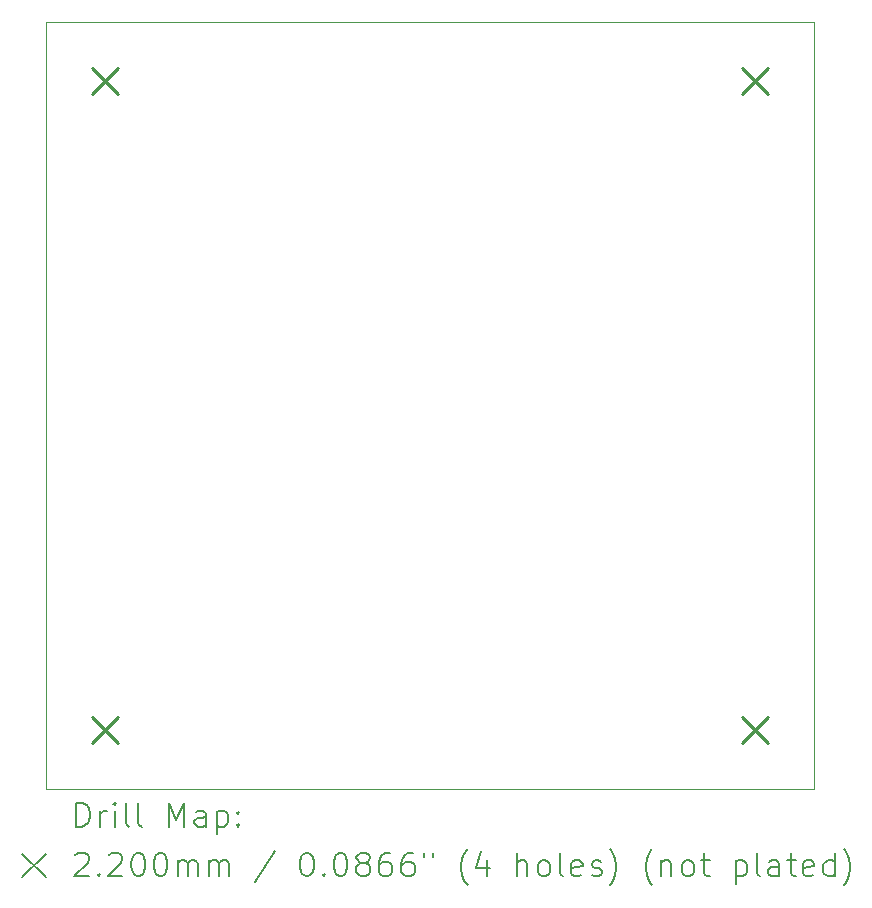
<source format=gbr>
%TF.GenerationSoftware,KiCad,Pcbnew,8.0.5*%
%TF.CreationDate,2024-10-10T16:22:46-05:00*%
%TF.ProjectId,Block-PT2399,426c6f63-6b2d-4505-9432-3339392e6b69,rev?*%
%TF.SameCoordinates,Original*%
%TF.FileFunction,Drillmap*%
%TF.FilePolarity,Positive*%
%FSLAX45Y45*%
G04 Gerber Fmt 4.5, Leading zero omitted, Abs format (unit mm)*
G04 Created by KiCad (PCBNEW 8.0.5) date 2024-10-10 16:22:46*
%MOMM*%
%LPD*%
G01*
G04 APERTURE LIST*
%ADD10C,0.050000*%
%ADD11C,0.200000*%
%ADD12C,0.220000*%
G04 APERTURE END LIST*
D10*
X10000000Y-8500000D02*
X16500000Y-8500000D01*
X16500000Y-15000000D01*
X10000000Y-15000000D01*
X10000000Y-8500000D01*
D11*
D12*
X10390000Y-8890000D02*
X10610000Y-9110000D01*
X10610000Y-8890000D02*
X10390000Y-9110000D01*
X10390000Y-14390000D02*
X10610000Y-14610000D01*
X10610000Y-14390000D02*
X10390000Y-14610000D01*
X15890000Y-8890000D02*
X16110000Y-9110000D01*
X16110000Y-8890000D02*
X15890000Y-9110000D01*
X15890000Y-14390000D02*
X16110000Y-14610000D01*
X16110000Y-14390000D02*
X15890000Y-14610000D01*
D11*
X10258277Y-15313984D02*
X10258277Y-15113984D01*
X10258277Y-15113984D02*
X10305896Y-15113984D01*
X10305896Y-15113984D02*
X10334467Y-15123508D01*
X10334467Y-15123508D02*
X10353515Y-15142555D01*
X10353515Y-15142555D02*
X10363039Y-15161603D01*
X10363039Y-15161603D02*
X10372563Y-15199698D01*
X10372563Y-15199698D02*
X10372563Y-15228269D01*
X10372563Y-15228269D02*
X10363039Y-15266365D01*
X10363039Y-15266365D02*
X10353515Y-15285412D01*
X10353515Y-15285412D02*
X10334467Y-15304460D01*
X10334467Y-15304460D02*
X10305896Y-15313984D01*
X10305896Y-15313984D02*
X10258277Y-15313984D01*
X10458277Y-15313984D02*
X10458277Y-15180650D01*
X10458277Y-15218746D02*
X10467801Y-15199698D01*
X10467801Y-15199698D02*
X10477324Y-15190174D01*
X10477324Y-15190174D02*
X10496372Y-15180650D01*
X10496372Y-15180650D02*
X10515420Y-15180650D01*
X10582086Y-15313984D02*
X10582086Y-15180650D01*
X10582086Y-15113984D02*
X10572563Y-15123508D01*
X10572563Y-15123508D02*
X10582086Y-15133031D01*
X10582086Y-15133031D02*
X10591610Y-15123508D01*
X10591610Y-15123508D02*
X10582086Y-15113984D01*
X10582086Y-15113984D02*
X10582086Y-15133031D01*
X10705896Y-15313984D02*
X10686848Y-15304460D01*
X10686848Y-15304460D02*
X10677324Y-15285412D01*
X10677324Y-15285412D02*
X10677324Y-15113984D01*
X10810658Y-15313984D02*
X10791610Y-15304460D01*
X10791610Y-15304460D02*
X10782086Y-15285412D01*
X10782086Y-15285412D02*
X10782086Y-15113984D01*
X11039229Y-15313984D02*
X11039229Y-15113984D01*
X11039229Y-15113984D02*
X11105896Y-15256841D01*
X11105896Y-15256841D02*
X11172563Y-15113984D01*
X11172563Y-15113984D02*
X11172563Y-15313984D01*
X11353515Y-15313984D02*
X11353515Y-15209222D01*
X11353515Y-15209222D02*
X11343991Y-15190174D01*
X11343991Y-15190174D02*
X11324943Y-15180650D01*
X11324943Y-15180650D02*
X11286848Y-15180650D01*
X11286848Y-15180650D02*
X11267801Y-15190174D01*
X11353515Y-15304460D02*
X11334467Y-15313984D01*
X11334467Y-15313984D02*
X11286848Y-15313984D01*
X11286848Y-15313984D02*
X11267801Y-15304460D01*
X11267801Y-15304460D02*
X11258277Y-15285412D01*
X11258277Y-15285412D02*
X11258277Y-15266365D01*
X11258277Y-15266365D02*
X11267801Y-15247317D01*
X11267801Y-15247317D02*
X11286848Y-15237793D01*
X11286848Y-15237793D02*
X11334467Y-15237793D01*
X11334467Y-15237793D02*
X11353515Y-15228269D01*
X11448753Y-15180650D02*
X11448753Y-15380650D01*
X11448753Y-15190174D02*
X11467801Y-15180650D01*
X11467801Y-15180650D02*
X11505896Y-15180650D01*
X11505896Y-15180650D02*
X11524943Y-15190174D01*
X11524943Y-15190174D02*
X11534467Y-15199698D01*
X11534467Y-15199698D02*
X11543991Y-15218746D01*
X11543991Y-15218746D02*
X11543991Y-15275888D01*
X11543991Y-15275888D02*
X11534467Y-15294936D01*
X11534467Y-15294936D02*
X11524943Y-15304460D01*
X11524943Y-15304460D02*
X11505896Y-15313984D01*
X11505896Y-15313984D02*
X11467801Y-15313984D01*
X11467801Y-15313984D02*
X11448753Y-15304460D01*
X11629705Y-15294936D02*
X11639229Y-15304460D01*
X11639229Y-15304460D02*
X11629705Y-15313984D01*
X11629705Y-15313984D02*
X11620182Y-15304460D01*
X11620182Y-15304460D02*
X11629705Y-15294936D01*
X11629705Y-15294936D02*
X11629705Y-15313984D01*
X11629705Y-15190174D02*
X11639229Y-15199698D01*
X11639229Y-15199698D02*
X11629705Y-15209222D01*
X11629705Y-15209222D02*
X11620182Y-15199698D01*
X11620182Y-15199698D02*
X11629705Y-15190174D01*
X11629705Y-15190174D02*
X11629705Y-15209222D01*
X9797500Y-15542500D02*
X9997500Y-15742500D01*
X9997500Y-15542500D02*
X9797500Y-15742500D01*
X10248753Y-15553031D02*
X10258277Y-15543508D01*
X10258277Y-15543508D02*
X10277324Y-15533984D01*
X10277324Y-15533984D02*
X10324944Y-15533984D01*
X10324944Y-15533984D02*
X10343991Y-15543508D01*
X10343991Y-15543508D02*
X10353515Y-15553031D01*
X10353515Y-15553031D02*
X10363039Y-15572079D01*
X10363039Y-15572079D02*
X10363039Y-15591127D01*
X10363039Y-15591127D02*
X10353515Y-15619698D01*
X10353515Y-15619698D02*
X10239229Y-15733984D01*
X10239229Y-15733984D02*
X10363039Y-15733984D01*
X10448753Y-15714936D02*
X10458277Y-15724460D01*
X10458277Y-15724460D02*
X10448753Y-15733984D01*
X10448753Y-15733984D02*
X10439229Y-15724460D01*
X10439229Y-15724460D02*
X10448753Y-15714936D01*
X10448753Y-15714936D02*
X10448753Y-15733984D01*
X10534467Y-15553031D02*
X10543991Y-15543508D01*
X10543991Y-15543508D02*
X10563039Y-15533984D01*
X10563039Y-15533984D02*
X10610658Y-15533984D01*
X10610658Y-15533984D02*
X10629705Y-15543508D01*
X10629705Y-15543508D02*
X10639229Y-15553031D01*
X10639229Y-15553031D02*
X10648753Y-15572079D01*
X10648753Y-15572079D02*
X10648753Y-15591127D01*
X10648753Y-15591127D02*
X10639229Y-15619698D01*
X10639229Y-15619698D02*
X10524944Y-15733984D01*
X10524944Y-15733984D02*
X10648753Y-15733984D01*
X10772563Y-15533984D02*
X10791610Y-15533984D01*
X10791610Y-15533984D02*
X10810658Y-15543508D01*
X10810658Y-15543508D02*
X10820182Y-15553031D01*
X10820182Y-15553031D02*
X10829705Y-15572079D01*
X10829705Y-15572079D02*
X10839229Y-15610174D01*
X10839229Y-15610174D02*
X10839229Y-15657793D01*
X10839229Y-15657793D02*
X10829705Y-15695888D01*
X10829705Y-15695888D02*
X10820182Y-15714936D01*
X10820182Y-15714936D02*
X10810658Y-15724460D01*
X10810658Y-15724460D02*
X10791610Y-15733984D01*
X10791610Y-15733984D02*
X10772563Y-15733984D01*
X10772563Y-15733984D02*
X10753515Y-15724460D01*
X10753515Y-15724460D02*
X10743991Y-15714936D01*
X10743991Y-15714936D02*
X10734467Y-15695888D01*
X10734467Y-15695888D02*
X10724944Y-15657793D01*
X10724944Y-15657793D02*
X10724944Y-15610174D01*
X10724944Y-15610174D02*
X10734467Y-15572079D01*
X10734467Y-15572079D02*
X10743991Y-15553031D01*
X10743991Y-15553031D02*
X10753515Y-15543508D01*
X10753515Y-15543508D02*
X10772563Y-15533984D01*
X10963039Y-15533984D02*
X10982086Y-15533984D01*
X10982086Y-15533984D02*
X11001134Y-15543508D01*
X11001134Y-15543508D02*
X11010658Y-15553031D01*
X11010658Y-15553031D02*
X11020182Y-15572079D01*
X11020182Y-15572079D02*
X11029705Y-15610174D01*
X11029705Y-15610174D02*
X11029705Y-15657793D01*
X11029705Y-15657793D02*
X11020182Y-15695888D01*
X11020182Y-15695888D02*
X11010658Y-15714936D01*
X11010658Y-15714936D02*
X11001134Y-15724460D01*
X11001134Y-15724460D02*
X10982086Y-15733984D01*
X10982086Y-15733984D02*
X10963039Y-15733984D01*
X10963039Y-15733984D02*
X10943991Y-15724460D01*
X10943991Y-15724460D02*
X10934467Y-15714936D01*
X10934467Y-15714936D02*
X10924944Y-15695888D01*
X10924944Y-15695888D02*
X10915420Y-15657793D01*
X10915420Y-15657793D02*
X10915420Y-15610174D01*
X10915420Y-15610174D02*
X10924944Y-15572079D01*
X10924944Y-15572079D02*
X10934467Y-15553031D01*
X10934467Y-15553031D02*
X10943991Y-15543508D01*
X10943991Y-15543508D02*
X10963039Y-15533984D01*
X11115420Y-15733984D02*
X11115420Y-15600650D01*
X11115420Y-15619698D02*
X11124944Y-15610174D01*
X11124944Y-15610174D02*
X11143991Y-15600650D01*
X11143991Y-15600650D02*
X11172563Y-15600650D01*
X11172563Y-15600650D02*
X11191610Y-15610174D01*
X11191610Y-15610174D02*
X11201134Y-15629222D01*
X11201134Y-15629222D02*
X11201134Y-15733984D01*
X11201134Y-15629222D02*
X11210658Y-15610174D01*
X11210658Y-15610174D02*
X11229705Y-15600650D01*
X11229705Y-15600650D02*
X11258277Y-15600650D01*
X11258277Y-15600650D02*
X11277324Y-15610174D01*
X11277324Y-15610174D02*
X11286848Y-15629222D01*
X11286848Y-15629222D02*
X11286848Y-15733984D01*
X11382086Y-15733984D02*
X11382086Y-15600650D01*
X11382086Y-15619698D02*
X11391610Y-15610174D01*
X11391610Y-15610174D02*
X11410658Y-15600650D01*
X11410658Y-15600650D02*
X11439229Y-15600650D01*
X11439229Y-15600650D02*
X11458277Y-15610174D01*
X11458277Y-15610174D02*
X11467801Y-15629222D01*
X11467801Y-15629222D02*
X11467801Y-15733984D01*
X11467801Y-15629222D02*
X11477324Y-15610174D01*
X11477324Y-15610174D02*
X11496372Y-15600650D01*
X11496372Y-15600650D02*
X11524943Y-15600650D01*
X11524943Y-15600650D02*
X11543991Y-15610174D01*
X11543991Y-15610174D02*
X11553515Y-15629222D01*
X11553515Y-15629222D02*
X11553515Y-15733984D01*
X11943991Y-15524460D02*
X11772563Y-15781603D01*
X12201134Y-15533984D02*
X12220182Y-15533984D01*
X12220182Y-15533984D02*
X12239229Y-15543508D01*
X12239229Y-15543508D02*
X12248753Y-15553031D01*
X12248753Y-15553031D02*
X12258277Y-15572079D01*
X12258277Y-15572079D02*
X12267801Y-15610174D01*
X12267801Y-15610174D02*
X12267801Y-15657793D01*
X12267801Y-15657793D02*
X12258277Y-15695888D01*
X12258277Y-15695888D02*
X12248753Y-15714936D01*
X12248753Y-15714936D02*
X12239229Y-15724460D01*
X12239229Y-15724460D02*
X12220182Y-15733984D01*
X12220182Y-15733984D02*
X12201134Y-15733984D01*
X12201134Y-15733984D02*
X12182086Y-15724460D01*
X12182086Y-15724460D02*
X12172563Y-15714936D01*
X12172563Y-15714936D02*
X12163039Y-15695888D01*
X12163039Y-15695888D02*
X12153515Y-15657793D01*
X12153515Y-15657793D02*
X12153515Y-15610174D01*
X12153515Y-15610174D02*
X12163039Y-15572079D01*
X12163039Y-15572079D02*
X12172563Y-15553031D01*
X12172563Y-15553031D02*
X12182086Y-15543508D01*
X12182086Y-15543508D02*
X12201134Y-15533984D01*
X12353515Y-15714936D02*
X12363039Y-15724460D01*
X12363039Y-15724460D02*
X12353515Y-15733984D01*
X12353515Y-15733984D02*
X12343991Y-15724460D01*
X12343991Y-15724460D02*
X12353515Y-15714936D01*
X12353515Y-15714936D02*
X12353515Y-15733984D01*
X12486848Y-15533984D02*
X12505896Y-15533984D01*
X12505896Y-15533984D02*
X12524944Y-15543508D01*
X12524944Y-15543508D02*
X12534467Y-15553031D01*
X12534467Y-15553031D02*
X12543991Y-15572079D01*
X12543991Y-15572079D02*
X12553515Y-15610174D01*
X12553515Y-15610174D02*
X12553515Y-15657793D01*
X12553515Y-15657793D02*
X12543991Y-15695888D01*
X12543991Y-15695888D02*
X12534467Y-15714936D01*
X12534467Y-15714936D02*
X12524944Y-15724460D01*
X12524944Y-15724460D02*
X12505896Y-15733984D01*
X12505896Y-15733984D02*
X12486848Y-15733984D01*
X12486848Y-15733984D02*
X12467801Y-15724460D01*
X12467801Y-15724460D02*
X12458277Y-15714936D01*
X12458277Y-15714936D02*
X12448753Y-15695888D01*
X12448753Y-15695888D02*
X12439229Y-15657793D01*
X12439229Y-15657793D02*
X12439229Y-15610174D01*
X12439229Y-15610174D02*
X12448753Y-15572079D01*
X12448753Y-15572079D02*
X12458277Y-15553031D01*
X12458277Y-15553031D02*
X12467801Y-15543508D01*
X12467801Y-15543508D02*
X12486848Y-15533984D01*
X12667801Y-15619698D02*
X12648753Y-15610174D01*
X12648753Y-15610174D02*
X12639229Y-15600650D01*
X12639229Y-15600650D02*
X12629706Y-15581603D01*
X12629706Y-15581603D02*
X12629706Y-15572079D01*
X12629706Y-15572079D02*
X12639229Y-15553031D01*
X12639229Y-15553031D02*
X12648753Y-15543508D01*
X12648753Y-15543508D02*
X12667801Y-15533984D01*
X12667801Y-15533984D02*
X12705896Y-15533984D01*
X12705896Y-15533984D02*
X12724944Y-15543508D01*
X12724944Y-15543508D02*
X12734467Y-15553031D01*
X12734467Y-15553031D02*
X12743991Y-15572079D01*
X12743991Y-15572079D02*
X12743991Y-15581603D01*
X12743991Y-15581603D02*
X12734467Y-15600650D01*
X12734467Y-15600650D02*
X12724944Y-15610174D01*
X12724944Y-15610174D02*
X12705896Y-15619698D01*
X12705896Y-15619698D02*
X12667801Y-15619698D01*
X12667801Y-15619698D02*
X12648753Y-15629222D01*
X12648753Y-15629222D02*
X12639229Y-15638746D01*
X12639229Y-15638746D02*
X12629706Y-15657793D01*
X12629706Y-15657793D02*
X12629706Y-15695888D01*
X12629706Y-15695888D02*
X12639229Y-15714936D01*
X12639229Y-15714936D02*
X12648753Y-15724460D01*
X12648753Y-15724460D02*
X12667801Y-15733984D01*
X12667801Y-15733984D02*
X12705896Y-15733984D01*
X12705896Y-15733984D02*
X12724944Y-15724460D01*
X12724944Y-15724460D02*
X12734467Y-15714936D01*
X12734467Y-15714936D02*
X12743991Y-15695888D01*
X12743991Y-15695888D02*
X12743991Y-15657793D01*
X12743991Y-15657793D02*
X12734467Y-15638746D01*
X12734467Y-15638746D02*
X12724944Y-15629222D01*
X12724944Y-15629222D02*
X12705896Y-15619698D01*
X12915420Y-15533984D02*
X12877325Y-15533984D01*
X12877325Y-15533984D02*
X12858277Y-15543508D01*
X12858277Y-15543508D02*
X12848753Y-15553031D01*
X12848753Y-15553031D02*
X12829706Y-15581603D01*
X12829706Y-15581603D02*
X12820182Y-15619698D01*
X12820182Y-15619698D02*
X12820182Y-15695888D01*
X12820182Y-15695888D02*
X12829706Y-15714936D01*
X12829706Y-15714936D02*
X12839229Y-15724460D01*
X12839229Y-15724460D02*
X12858277Y-15733984D01*
X12858277Y-15733984D02*
X12896372Y-15733984D01*
X12896372Y-15733984D02*
X12915420Y-15724460D01*
X12915420Y-15724460D02*
X12924944Y-15714936D01*
X12924944Y-15714936D02*
X12934467Y-15695888D01*
X12934467Y-15695888D02*
X12934467Y-15648269D01*
X12934467Y-15648269D02*
X12924944Y-15629222D01*
X12924944Y-15629222D02*
X12915420Y-15619698D01*
X12915420Y-15619698D02*
X12896372Y-15610174D01*
X12896372Y-15610174D02*
X12858277Y-15610174D01*
X12858277Y-15610174D02*
X12839229Y-15619698D01*
X12839229Y-15619698D02*
X12829706Y-15629222D01*
X12829706Y-15629222D02*
X12820182Y-15648269D01*
X13105896Y-15533984D02*
X13067801Y-15533984D01*
X13067801Y-15533984D02*
X13048753Y-15543508D01*
X13048753Y-15543508D02*
X13039229Y-15553031D01*
X13039229Y-15553031D02*
X13020182Y-15581603D01*
X13020182Y-15581603D02*
X13010658Y-15619698D01*
X13010658Y-15619698D02*
X13010658Y-15695888D01*
X13010658Y-15695888D02*
X13020182Y-15714936D01*
X13020182Y-15714936D02*
X13029706Y-15724460D01*
X13029706Y-15724460D02*
X13048753Y-15733984D01*
X13048753Y-15733984D02*
X13086848Y-15733984D01*
X13086848Y-15733984D02*
X13105896Y-15724460D01*
X13105896Y-15724460D02*
X13115420Y-15714936D01*
X13115420Y-15714936D02*
X13124944Y-15695888D01*
X13124944Y-15695888D02*
X13124944Y-15648269D01*
X13124944Y-15648269D02*
X13115420Y-15629222D01*
X13115420Y-15629222D02*
X13105896Y-15619698D01*
X13105896Y-15619698D02*
X13086848Y-15610174D01*
X13086848Y-15610174D02*
X13048753Y-15610174D01*
X13048753Y-15610174D02*
X13029706Y-15619698D01*
X13029706Y-15619698D02*
X13020182Y-15629222D01*
X13020182Y-15629222D02*
X13010658Y-15648269D01*
X13201134Y-15533984D02*
X13201134Y-15572079D01*
X13277325Y-15533984D02*
X13277325Y-15572079D01*
X13572563Y-15810174D02*
X13563039Y-15800650D01*
X13563039Y-15800650D02*
X13543991Y-15772079D01*
X13543991Y-15772079D02*
X13534468Y-15753031D01*
X13534468Y-15753031D02*
X13524944Y-15724460D01*
X13524944Y-15724460D02*
X13515420Y-15676841D01*
X13515420Y-15676841D02*
X13515420Y-15638746D01*
X13515420Y-15638746D02*
X13524944Y-15591127D01*
X13524944Y-15591127D02*
X13534468Y-15562555D01*
X13534468Y-15562555D02*
X13543991Y-15543508D01*
X13543991Y-15543508D02*
X13563039Y-15514936D01*
X13563039Y-15514936D02*
X13572563Y-15505412D01*
X13734468Y-15600650D02*
X13734468Y-15733984D01*
X13686848Y-15524460D02*
X13639229Y-15667317D01*
X13639229Y-15667317D02*
X13763039Y-15667317D01*
X13991610Y-15733984D02*
X13991610Y-15533984D01*
X14077325Y-15733984D02*
X14077325Y-15629222D01*
X14077325Y-15629222D02*
X14067801Y-15610174D01*
X14067801Y-15610174D02*
X14048753Y-15600650D01*
X14048753Y-15600650D02*
X14020182Y-15600650D01*
X14020182Y-15600650D02*
X14001134Y-15610174D01*
X14001134Y-15610174D02*
X13991610Y-15619698D01*
X14201134Y-15733984D02*
X14182087Y-15724460D01*
X14182087Y-15724460D02*
X14172563Y-15714936D01*
X14172563Y-15714936D02*
X14163039Y-15695888D01*
X14163039Y-15695888D02*
X14163039Y-15638746D01*
X14163039Y-15638746D02*
X14172563Y-15619698D01*
X14172563Y-15619698D02*
X14182087Y-15610174D01*
X14182087Y-15610174D02*
X14201134Y-15600650D01*
X14201134Y-15600650D02*
X14229706Y-15600650D01*
X14229706Y-15600650D02*
X14248753Y-15610174D01*
X14248753Y-15610174D02*
X14258277Y-15619698D01*
X14258277Y-15619698D02*
X14267801Y-15638746D01*
X14267801Y-15638746D02*
X14267801Y-15695888D01*
X14267801Y-15695888D02*
X14258277Y-15714936D01*
X14258277Y-15714936D02*
X14248753Y-15724460D01*
X14248753Y-15724460D02*
X14229706Y-15733984D01*
X14229706Y-15733984D02*
X14201134Y-15733984D01*
X14382087Y-15733984D02*
X14363039Y-15724460D01*
X14363039Y-15724460D02*
X14353515Y-15705412D01*
X14353515Y-15705412D02*
X14353515Y-15533984D01*
X14534468Y-15724460D02*
X14515420Y-15733984D01*
X14515420Y-15733984D02*
X14477325Y-15733984D01*
X14477325Y-15733984D02*
X14458277Y-15724460D01*
X14458277Y-15724460D02*
X14448753Y-15705412D01*
X14448753Y-15705412D02*
X14448753Y-15629222D01*
X14448753Y-15629222D02*
X14458277Y-15610174D01*
X14458277Y-15610174D02*
X14477325Y-15600650D01*
X14477325Y-15600650D02*
X14515420Y-15600650D01*
X14515420Y-15600650D02*
X14534468Y-15610174D01*
X14534468Y-15610174D02*
X14543991Y-15629222D01*
X14543991Y-15629222D02*
X14543991Y-15648269D01*
X14543991Y-15648269D02*
X14448753Y-15667317D01*
X14620182Y-15724460D02*
X14639230Y-15733984D01*
X14639230Y-15733984D02*
X14677325Y-15733984D01*
X14677325Y-15733984D02*
X14696372Y-15724460D01*
X14696372Y-15724460D02*
X14705896Y-15705412D01*
X14705896Y-15705412D02*
X14705896Y-15695888D01*
X14705896Y-15695888D02*
X14696372Y-15676841D01*
X14696372Y-15676841D02*
X14677325Y-15667317D01*
X14677325Y-15667317D02*
X14648753Y-15667317D01*
X14648753Y-15667317D02*
X14629706Y-15657793D01*
X14629706Y-15657793D02*
X14620182Y-15638746D01*
X14620182Y-15638746D02*
X14620182Y-15629222D01*
X14620182Y-15629222D02*
X14629706Y-15610174D01*
X14629706Y-15610174D02*
X14648753Y-15600650D01*
X14648753Y-15600650D02*
X14677325Y-15600650D01*
X14677325Y-15600650D02*
X14696372Y-15610174D01*
X14772563Y-15810174D02*
X14782087Y-15800650D01*
X14782087Y-15800650D02*
X14801134Y-15772079D01*
X14801134Y-15772079D02*
X14810658Y-15753031D01*
X14810658Y-15753031D02*
X14820182Y-15724460D01*
X14820182Y-15724460D02*
X14829706Y-15676841D01*
X14829706Y-15676841D02*
X14829706Y-15638746D01*
X14829706Y-15638746D02*
X14820182Y-15591127D01*
X14820182Y-15591127D02*
X14810658Y-15562555D01*
X14810658Y-15562555D02*
X14801134Y-15543508D01*
X14801134Y-15543508D02*
X14782087Y-15514936D01*
X14782087Y-15514936D02*
X14772563Y-15505412D01*
X15134468Y-15810174D02*
X15124944Y-15800650D01*
X15124944Y-15800650D02*
X15105896Y-15772079D01*
X15105896Y-15772079D02*
X15096372Y-15753031D01*
X15096372Y-15753031D02*
X15086849Y-15724460D01*
X15086849Y-15724460D02*
X15077325Y-15676841D01*
X15077325Y-15676841D02*
X15077325Y-15638746D01*
X15077325Y-15638746D02*
X15086849Y-15591127D01*
X15086849Y-15591127D02*
X15096372Y-15562555D01*
X15096372Y-15562555D02*
X15105896Y-15543508D01*
X15105896Y-15543508D02*
X15124944Y-15514936D01*
X15124944Y-15514936D02*
X15134468Y-15505412D01*
X15210658Y-15600650D02*
X15210658Y-15733984D01*
X15210658Y-15619698D02*
X15220182Y-15610174D01*
X15220182Y-15610174D02*
X15239230Y-15600650D01*
X15239230Y-15600650D02*
X15267801Y-15600650D01*
X15267801Y-15600650D02*
X15286849Y-15610174D01*
X15286849Y-15610174D02*
X15296372Y-15629222D01*
X15296372Y-15629222D02*
X15296372Y-15733984D01*
X15420182Y-15733984D02*
X15401134Y-15724460D01*
X15401134Y-15724460D02*
X15391611Y-15714936D01*
X15391611Y-15714936D02*
X15382087Y-15695888D01*
X15382087Y-15695888D02*
X15382087Y-15638746D01*
X15382087Y-15638746D02*
X15391611Y-15619698D01*
X15391611Y-15619698D02*
X15401134Y-15610174D01*
X15401134Y-15610174D02*
X15420182Y-15600650D01*
X15420182Y-15600650D02*
X15448753Y-15600650D01*
X15448753Y-15600650D02*
X15467801Y-15610174D01*
X15467801Y-15610174D02*
X15477325Y-15619698D01*
X15477325Y-15619698D02*
X15486849Y-15638746D01*
X15486849Y-15638746D02*
X15486849Y-15695888D01*
X15486849Y-15695888D02*
X15477325Y-15714936D01*
X15477325Y-15714936D02*
X15467801Y-15724460D01*
X15467801Y-15724460D02*
X15448753Y-15733984D01*
X15448753Y-15733984D02*
X15420182Y-15733984D01*
X15543992Y-15600650D02*
X15620182Y-15600650D01*
X15572563Y-15533984D02*
X15572563Y-15705412D01*
X15572563Y-15705412D02*
X15582087Y-15724460D01*
X15582087Y-15724460D02*
X15601134Y-15733984D01*
X15601134Y-15733984D02*
X15620182Y-15733984D01*
X15839230Y-15600650D02*
X15839230Y-15800650D01*
X15839230Y-15610174D02*
X15858277Y-15600650D01*
X15858277Y-15600650D02*
X15896373Y-15600650D01*
X15896373Y-15600650D02*
X15915420Y-15610174D01*
X15915420Y-15610174D02*
X15924944Y-15619698D01*
X15924944Y-15619698D02*
X15934468Y-15638746D01*
X15934468Y-15638746D02*
X15934468Y-15695888D01*
X15934468Y-15695888D02*
X15924944Y-15714936D01*
X15924944Y-15714936D02*
X15915420Y-15724460D01*
X15915420Y-15724460D02*
X15896373Y-15733984D01*
X15896373Y-15733984D02*
X15858277Y-15733984D01*
X15858277Y-15733984D02*
X15839230Y-15724460D01*
X16048753Y-15733984D02*
X16029706Y-15724460D01*
X16029706Y-15724460D02*
X16020182Y-15705412D01*
X16020182Y-15705412D02*
X16020182Y-15533984D01*
X16210658Y-15733984D02*
X16210658Y-15629222D01*
X16210658Y-15629222D02*
X16201134Y-15610174D01*
X16201134Y-15610174D02*
X16182087Y-15600650D01*
X16182087Y-15600650D02*
X16143992Y-15600650D01*
X16143992Y-15600650D02*
X16124944Y-15610174D01*
X16210658Y-15724460D02*
X16191611Y-15733984D01*
X16191611Y-15733984D02*
X16143992Y-15733984D01*
X16143992Y-15733984D02*
X16124944Y-15724460D01*
X16124944Y-15724460D02*
X16115420Y-15705412D01*
X16115420Y-15705412D02*
X16115420Y-15686365D01*
X16115420Y-15686365D02*
X16124944Y-15667317D01*
X16124944Y-15667317D02*
X16143992Y-15657793D01*
X16143992Y-15657793D02*
X16191611Y-15657793D01*
X16191611Y-15657793D02*
X16210658Y-15648269D01*
X16277325Y-15600650D02*
X16353515Y-15600650D01*
X16305896Y-15533984D02*
X16305896Y-15705412D01*
X16305896Y-15705412D02*
X16315420Y-15724460D01*
X16315420Y-15724460D02*
X16334468Y-15733984D01*
X16334468Y-15733984D02*
X16353515Y-15733984D01*
X16496373Y-15724460D02*
X16477325Y-15733984D01*
X16477325Y-15733984D02*
X16439230Y-15733984D01*
X16439230Y-15733984D02*
X16420182Y-15724460D01*
X16420182Y-15724460D02*
X16410658Y-15705412D01*
X16410658Y-15705412D02*
X16410658Y-15629222D01*
X16410658Y-15629222D02*
X16420182Y-15610174D01*
X16420182Y-15610174D02*
X16439230Y-15600650D01*
X16439230Y-15600650D02*
X16477325Y-15600650D01*
X16477325Y-15600650D02*
X16496373Y-15610174D01*
X16496373Y-15610174D02*
X16505896Y-15629222D01*
X16505896Y-15629222D02*
X16505896Y-15648269D01*
X16505896Y-15648269D02*
X16410658Y-15667317D01*
X16677325Y-15733984D02*
X16677325Y-15533984D01*
X16677325Y-15724460D02*
X16658277Y-15733984D01*
X16658277Y-15733984D02*
X16620182Y-15733984D01*
X16620182Y-15733984D02*
X16601134Y-15724460D01*
X16601134Y-15724460D02*
X16591611Y-15714936D01*
X16591611Y-15714936D02*
X16582087Y-15695888D01*
X16582087Y-15695888D02*
X16582087Y-15638746D01*
X16582087Y-15638746D02*
X16591611Y-15619698D01*
X16591611Y-15619698D02*
X16601134Y-15610174D01*
X16601134Y-15610174D02*
X16620182Y-15600650D01*
X16620182Y-15600650D02*
X16658277Y-15600650D01*
X16658277Y-15600650D02*
X16677325Y-15610174D01*
X16753515Y-15810174D02*
X16763039Y-15800650D01*
X16763039Y-15800650D02*
X16782087Y-15772079D01*
X16782087Y-15772079D02*
X16791611Y-15753031D01*
X16791611Y-15753031D02*
X16801135Y-15724460D01*
X16801135Y-15724460D02*
X16810658Y-15676841D01*
X16810658Y-15676841D02*
X16810658Y-15638746D01*
X16810658Y-15638746D02*
X16801135Y-15591127D01*
X16801135Y-15591127D02*
X16791611Y-15562555D01*
X16791611Y-15562555D02*
X16782087Y-15543508D01*
X16782087Y-15543508D02*
X16763039Y-15514936D01*
X16763039Y-15514936D02*
X16753515Y-15505412D01*
M02*

</source>
